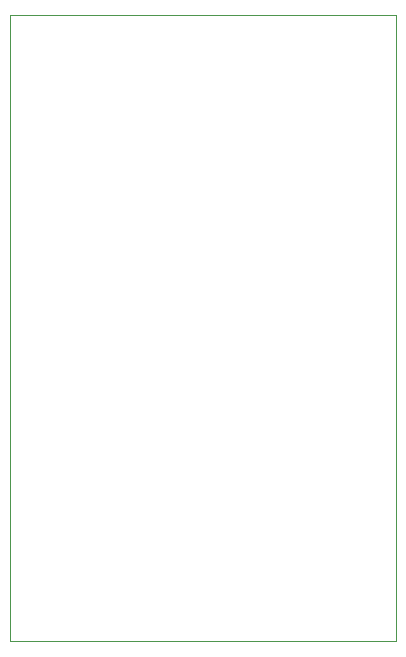
<source format=gbr>
%TF.GenerationSoftware,Altium Limited,Altium Designer,18.1.9 (240)*%
G04 Layer_Color=0*
%FSLAX26Y26*%
%MOIN*%
%TF.FileFunction,Profile,NP*%
%TF.Part,Single*%
G01*
G75*
%TA.AperFunction,Profile*%
%ADD91C,0.001000*%
D91*
X1287402D02*
X1287401Y2086614D01*
X0Y2086614D01*
Y0D01*
X1287402D01*
%TF.MD5,adcbb76fb86cc692eafe0857cf1f9e0d*%
M02*

</source>
